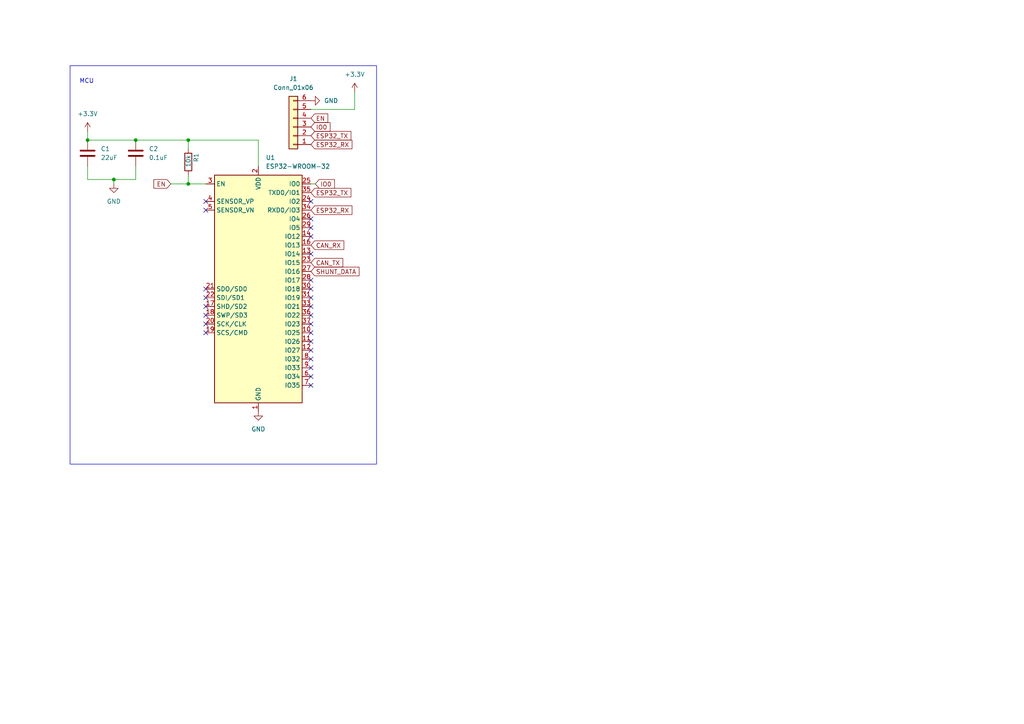
<source format=kicad_sch>
(kicad_sch (version 20250114) (generator "eeschema") (generator_version "9.0")
  (paper "A4")
  (lib_symbols
    (symbol "Connector_Generic:Conn_01x06" (pin_names (offset 1.016) (hide yes))
      (property "Reference" "J" (at 0 7.62 0))
      (property "Value" "Conn_01x06" (at 0 -10.16 0))
      (symbol "Conn_01x06_1_1"
        (rectangle (start -1.27 6.35) (end 1.27 -8.89) (stroke (width 0.254)) (fill (type background)))
        (rectangle (start -1.27 5.207) (end 0 4.953) (stroke (width 0.1524)))
        (rectangle (start -1.27 2.667) (end 0 2.413) (stroke (width 0.1524)))
        (rectangle (start -1.27 0.127) (end 0 -0.127) (stroke (width 0.1524)))
        (rectangle (start -1.27 -2.413) (end 0 -2.667) (stroke (width 0.1524)))
        (rectangle (start -1.27 -4.953) (end 0 -5.207) (stroke (width 0.1524)))
        (rectangle (start -1.27 -7.493) (end 0 -7.747) (stroke (width 0.1524)))
        (pin passive line (at -5.08 5.08 0) (length 3.81) (name "Pin_1") (number "1"))
        (pin passive line (at -5.08 2.54 0) (length 3.81) (name "Pin_2") (number "2"))
        (pin passive line (at -5.08 0 0) (length 3.81) (name "Pin_3") (number "3"))
        (pin passive line (at -5.08 -2.54 0) (length 3.81) (name "Pin_4") (number "4"))
        (pin passive line (at -5.08 -5.08 0) (length 3.81) (name "Pin_5") (number "5"))
        (pin passive line (at -5.08 -7.62 0) (length 3.81) (name "Pin_6") (number "6"))
      )
    )
    (symbol "Device:C" (pin_numbers (hide yes)) (pin_names (offset 0.254))
      (property "Reference" "C" (at 0.635 2.54 0))
      (property "Value" "C" (at 0.635 -2.54 0))
      (symbol "C_0_1"
        (polyline (pts (xy -2.032 0.762) (xy 2.032 0.762)) (stroke (width 0.508)))
        (polyline (pts (xy -2.032 -0.762) (xy 2.032 -0.762)) (stroke (width 0.508)))
      )
      (symbol "C_1_1"
        (pin passive line (at 0 3.81 270) (length 2.794) (name "~") (number "1"))
        (pin passive line (at 0 -3.81 90) (length 2.794) (name "~") (number "2"))
      )
    )
    (symbol "Device:R" (pin_numbers (hide yes)) (pin_names (offset 0))
      (property "Reference" "R" (at 2.032 0 90))
      (property "Value" "R" (at 0 0 90))
      (symbol "R_0_1"
        (rectangle (start -1.016 -2.54) (end 1.016 2.54) (stroke (width 0.254)))
      )
      (symbol "R_1_1"
        (pin passive line (at 0 3.81 270) (length 1.27) (name "~") (number "1"))
        (pin passive line (at 0 -3.81 90) (length 1.27) (name "~") (number "2"))
      )
    )
    (symbol "RF_Module:ESP32-WROOM-32"
      (property "Reference" "U" (at -12.7 34.29 0))
      (property "Value" "ESP32-WROOM-32" (at 1.27 34.29 0))
      (symbol "ESP32-WROOM-32_0_1"
        (rectangle (start -12.7 33.02) (end 12.7 -33.02) (stroke (width 0.254)) (fill (type background)))
      )
      (symbol "ESP32-WROOM-32_1_1"
        (pin input line (at -15.24 30.48 0) (length 2.54) (name "EN") (number "3"))
        (pin input line (at -15.24 25.4 0) (length 2.54) (name "SENSOR_VP") (number "4"))
        (pin input line (at -15.24 22.86 0) (length 2.54) (name "SENSOR_VN") (number "5"))
        (pin bidirectional line (at -15.24 0 0) (length 2.54) (name "SDO/SD0") (number "21"))
        (pin bidirectional line (at -15.24 -2.54 0) (length 2.54) (name "SDI/SD1") (number "22"))
        (pin bidirectional line (at -15.24 -5.08 0) (length 2.54) (name "SHD/SD2") (number "17"))
        (pin bidirectional line (at -15.24 -7.62 0) (length 2.54) (name "SWP/SD3") (number "18"))
        (pin bidirectional line (at -15.24 -10.16 0) (length 2.54) (name "SCK/CLK") (number "20"))
        (pin bidirectional line (at -15.24 -12.7 0) (length 2.54) (name "SCS/CMD") (number "19"))
        (pin no_connect line (at -12.7 -27.94 0) (length 2.54) (hide yes) (name "NC") (number "32"))
        (pin power_in line (at 0 35.56 270) (length 2.54) (name "VDD") (number "2"))
        (pin power_in line (at 0 -35.56 90) (length 2.54) (name "GND") (number "1"))
        (pin passive line (at 0 -35.56 90) (length 2.54) (hide yes) (name "GND") (number "15"))
        (pin passive line (at 0 -35.56 90) (length 2.54) (hide yes) (name "GND") (number "38"))
        (pin passive line (at 0 -35.56 90) (length 2.54) (hide yes) (name "GND") (number "39"))
        (pin bidirectional line (at 15.24 30.48 180) (length 2.54) (name "IO0") (number "25"))
        (pin bidirectional line (at 15.24 27.94 180) (length 2.54) (name "TXD0/IO1") (number "35"))
        (pin bidirectional line (at 15.24 25.4 180) (length 2.54) (name "IO2") (number "24"))
        (pin bidirectional line (at 15.24 22.86 180) (length 2.54) (name "RXD0/IO3") (number "34"))
        (pin bidirectional line (at 15.24 20.32 180) (length 2.54) (name "IO4") (number "26"))
        (pin bidirectional line (at 15.24 17.78 180) (length 2.54) (name "IO5") (number "29"))
        (pin bidirectional line (at 15.24 15.24 180) (length 2.54) (name "IO12") (number "14"))
        (pin bidirectional line (at 15.24 12.7 180) (length 2.54) (name "IO13") (number "16"))
        (pin bidirectional line (at 15.24 10.16 180) (length 2.54) (name "IO14") (number "13"))
        (pin bidirectional line (at 15.24 7.62 180) (length 2.54) (name "IO15") (number "23"))
        (pin bidirectional line (at 15.24 5.08 180) (length 2.54) (name "IO16") (number "27"))
        (pin bidirectional line (at 15.24 2.54 180) (length 2.54) (name "IO17") (number "28"))
        (pin bidirectional line (at 15.24 0 180) (length 2.54) (name "IO18") (number "30"))
        (pin bidirectional line (at 15.24 -2.54 180) (length 2.54) (name "IO19") (number "31"))
        (pin bidirectional line (at 15.24 -5.08 180) (length 2.54) (name "IO21") (number "33"))
        (pin bidirectional line (at 15.24 -7.62 180) (length 2.54) (name "IO22") (number "36"))
        (pin bidirectional line (at 15.24 -10.16 180) (length 2.54) (name "IO23") (number "37"))
        (pin bidirectional line (at 15.24 -12.7 180) (length 2.54) (name "IO25") (number "10"))
        (pin bidirectional line (at 15.24 -15.24 180) (length 2.54) (name "IO26") (number "11"))
        (pin bidirectional line (at 15.24 -17.78 180) (length 2.54) (name "IO27") (number "12"))
        (pin bidirectional line (at 15.24 -20.32 180) (length 2.54) (name "IO32") (number "8"))
        (pin bidirectional line (at 15.24 -22.86 180) (length 2.54) (name "IO33") (number "9"))
        (pin input line (at 15.24 -25.4 180) (length 2.54) (name "IO34") (number "6"))
        (pin input line (at 15.24 -27.94 180) (length 2.54) (name "IO35") (number "7"))
      )
    )
    (symbol "power:+3.3V" (power) (pin_numbers (hide yes)) (pin_names (offset 0) (hide yes))
      (property "Value" "+3.3V" (at 0 3.556 0))
      (symbol "+3.3V_0_1"
        (polyline (pts (xy -0.762 1.27) (xy 0 2.54)))
        (polyline (pts (xy 0 2.54) (xy 0.762 1.27)))
        (polyline (pts (xy 0 0) (xy 0 2.54)))
      )
      (symbol "+3.3V_1_1"
        (pin power_in line (at 0 0 90) (length 0) (name "~") (number "1"))
      )
    )
    (symbol "power:GND" (power) (pin_numbers (hide yes)) (pin_names (offset 0) (hide yes))
      (property "Value" "GND" (at 0 -3.81 0))
      (symbol "GND_0_1"
        (polyline (pts (xy 0 0) (xy 0 -1.27) (xy 1.27 -1.27) (xy 0 -2.54) (xy -1.27 -1.27) (xy 0 -1.27)))
      )
      (symbol "GND_1_1"
        (pin power_in line (at 0 0 270) (length 0) (name "~") (number "1"))
      )
    )
  )
  (rectangle (start 20.32 19.05) (end 109.22 134.62))
  (text "MCU" (at 25.146 23.622 0) (effects (font (size 1.27 1.27))))
  (junction (at 39.37 40.64))
  (junction (at 25.4 40.64))
  (junction (at 54.61 53.34))
  (junction (at 33.02 52.07))
  (junction (at 54.61 40.64))
  (no_connect (at 90.17 99.06))
  (no_connect (at 90.17 91.44))
  (no_connect (at 90.17 66.04))
  (no_connect (at 59.69 60.96))
  (no_connect (at 59.69 83.82))
  (no_connect (at 90.17 104.14))
  (no_connect (at 90.17 93.98))
  (no_connect (at 90.17 88.9))
  (no_connect (at 90.17 83.82))
  (no_connect (at 90.17 86.36))
  (no_connect (at 59.69 86.36))
  (no_connect (at 59.69 91.44))
  (no_connect (at 59.69 58.42))
  (no_connect (at 59.69 88.9))
  (no_connect (at 90.17 68.58))
  (no_connect (at 90.17 101.6))
  (no_connect (at 90.17 106.68))
  (no_connect (at 90.17 96.52))
  (no_connect (at 59.69 93.98))
  (no_connect (at 90.17 63.5))
  (no_connect (at 59.69 96.52))
  (no_connect (at 90.17 58.42))
  (no_connect (at 90.17 81.28))
  (no_connect (at 90.17 109.22))
  (no_connect (at 90.17 111.76))
  (no_connect (at 90.17 73.66))
  (wire (pts (xy 90.17 53.34) (xy 91.44 53.34)))
  (wire (pts (xy 39.37 48.26) (xy 39.37 52.07)))
  (wire (pts (xy 54.61 40.64) (xy 74.93 40.64)))
  (wire (pts (xy 49.53 53.34) (xy 54.61 53.34)))
  (wire (pts (xy 25.4 52.07) (xy 33.02 52.07)))
  (wire (pts (xy 25.4 48.26) (xy 25.4 52.07)))
  (wire (pts (xy 74.93 40.64) (xy 74.93 48.26)))
  (wire (pts (xy 33.02 52.07) (xy 39.37 52.07)))
  (wire (pts (xy 33.02 52.07) (xy 33.02 53.34)))
  (wire (pts (xy 54.61 50.8) (xy 54.61 53.34)))
  (wire (pts (xy 54.61 53.34) (xy 59.69 53.34)))
  (wire (pts (xy 25.4 40.64) (xy 39.37 40.64)))
  (wire (pts (xy 39.37 40.64) (xy 54.61 40.64)))
  (wire (pts (xy 54.61 43.18) (xy 54.61 40.64)))
  (wire (pts (xy 102.87 31.75) (xy 102.87 26.67)))
  (wire (pts (xy 25.4 38.1) (xy 25.4 40.64)))
  (wire (pts (xy 90.17 31.75) (xy 102.87 31.75)))
  (global_label "CAN_RX" (shape input) (at 90.17 71.12 0) (property "Intersheetrefs" "${INTERSHEET_REFS}" (effects (hide yes))))
  (global_label "SHUNT_DATA" (shape input) (at 90.17 78.74 0) (property "Intersheetrefs" "${INTERSHEET_REFS}" (effects (hide yes))))
  (global_label "EN" (shape input) (at 90.17 34.29 0) (property "Intersheetrefs" "${INTERSHEET_REFS}" (effects (hide yes))))
  (global_label "ESP32_TX" (shape input) (at 90.17 55.88 0) (property "Intersheetrefs" "${INTERSHEET_REFS}" (effects (hide yes))))
  (global_label "IO0" (shape input) (at 90.17 36.83 0) (property "Intersheetrefs" "${INTERSHEET_REFS}" (effects (hide yes))))
  (global_label "ESP32_TX" (shape input) (at 90.17 39.37 0) (property "Intersheetrefs" "${INTERSHEET_REFS}" (effects (hide yes))))
  (global_label "CAN_TX" (shape input) (at 90.17 76.2 0) (property "Intersheetrefs" "${INTERSHEET_REFS}" (effects (hide yes))))
  (global_label "ESP32_RX" (shape input) (at 90.17 60.96 0) (property "Intersheetrefs" "${INTERSHEET_REFS}" (effects (hide yes))))
  (global_label "IO0" (shape input) (at 91.44 53.34 0) (property "Intersheetrefs" "${INTERSHEET_REFS}" (effects (hide yes))))
  (global_label "EN" (shape input) (at 49.53 53.34 180) (property "Intersheetrefs" "${INTERSHEET_REFS}" (effects (hide yes))))
  (global_label "ESP32_RX" (shape input) (at 90.17 41.91 0) (property "Intersheetrefs" "${INTERSHEET_REFS}" (effects (hide yes))))
  (symbol (lib_id "Device:C") (at 25.4 44.45 0) (unit 1)
    (property "Reference" "C1" (at 29.21 43.1799 0) (effects (justify left)))
    (property "Value" "22uF" (at 29.21 45.7199 0) (effects (justify left)))
    (property "Footprint" "Capacitor_SMD:C_1206_3216Metric_Pad1.33x1.80mm_HandSolder" (effects (hide yes)))
    (property "Description" "Unpolarized capacitor" (effects (hide yes)))
  )
  (symbol (lib_id "Device:C") (at 39.37 44.45 0) (unit 1)
    (property "Reference" "C2" (at 43.18 43.1799 0) (effects (justify left)))
    (property "Value" "0.1uF" (at 43.18 45.7199 0) (effects (justify left)))
    (property "Footprint" "Capacitor_SMD:C_1206_3216Metric_Pad1.33x1.80mm_HandSolder" (effects (hide yes)))
    (property "Description" "Unpolarized capacitor" (effects (hide yes)))
  )
  (symbol (lib_id "power:+3.3V") (at 102.87 26.67 0) (unit 1)
    (property "Reference" "#PWR04" (effects (hide yes)))
    (property "Value" "+3.3V" (at 102.87 21.59 0))
    (property "Description" "Power symbol creates a global label with name \"+3.3V\"" (effects (hide yes)))
  )
  (symbol (lib_id "power:GND") (at 33.02 53.34 0) (unit 1)
    (property "Reference" "#PWR01" (effects (hide yes)))
    (property "Value" "GND" (at 33.02 58.42 0))
    (property "Description" "Power symbol creates a global label with name \"GND\" , ground" (effects (hide yes)))
  )
  (symbol (lib_id "Connector_Generic:Conn_01x06") (at 85.09 36.83 180) (unit 1)
    (property "Reference" "J1" (at 85.09 22.86 0))
    (property "Value" "Conn_01x06" (at 85.09 25.4 0))
    (property "Footprint" "Connector_PinHeader_2.54mm:PinHeader_1x06_P2.54mm_Horizontal" (effects (hide yes)))
    (property "Description" "Generic connector, single row, 01x06, script generated (kicad-library-utils/schlib/autogen/connector/)" (effects (hide yes)))
  )
  (symbol (lib_id "power:+3.3V") (at 25.4 38.1 0) (unit 1)
    (property "Reference" "#PWR02" (effects (hide yes)))
    (property "Value" "+3.3V" (at 25.4 33.02 0))
    (property "Description" "Power symbol creates a global label with name \"+3.3V\"" (effects (hide yes)))
  )
  (symbol (lib_id "RF_Module:ESP32-WROOM-32") (at 74.93 83.82 0) (unit 1)
    (property "Reference" "U1" (at 77.0733 45.72 0) (effects (justify left)))
    (property "Value" "ESP32-WROOM-32" (at 77.0733 48.26 0) (effects (justify left)))
    (property "Footprint" "RF_Module:ESP32-WROOM-32" (effects (hide yes)))
    (property "Datasheet" "https://www.espressif.com/sites/default/files/documentation/esp32-wroom-32_datasheet_en.pdf" (effects (hide yes)))
    (property "Description" "RF Module, ESP32-D0WDQ6 SoC, Wi-Fi 802.11b/g/n, Bluetooth, BLE, 32-bit, 2.7-3.6V, onboard antenna, SMD" (effects (hide yes)))
  )
  (symbol (lib_id "power:GND") (at 90.17 29.21 90) (unit 1)
    (property "Reference" "#PWR05" (effects (hide yes)))
    (property "Value" "GND" (at 93.98 29.2099 90) (effects (justify right)))
    (property "Description" "Power symbol creates a global label with name \"GND\" , ground" (effects (hide yes)))
  )
  (symbol (lib_id "Device:R") (at 54.61 46.99 0) (unit 1)
    (property "Reference" "R1" (at 56.896 45.72 90))
    (property "Value" "10k" (at 54.61 46.736 90))
    (property "Footprint" "Resistor_SMD:R_1206_3216Metric_Pad1.30x1.75mm_HandSolder" (effects (hide yes)))
    (property "Description" "Resistor" (effects (hide yes)))
  )
  (symbol (lib_id "power:GND") (at 74.93 119.38 0) (unit 1)
    (property "Reference" "#PWR03" (effects (hide yes)))
    (property "Value" "GND" (at 74.93 124.46 0))
    (property "Description" "Power symbol creates a global label with name \"GND\" , ground" (effects (hide yes)))
  )
)
</source>
